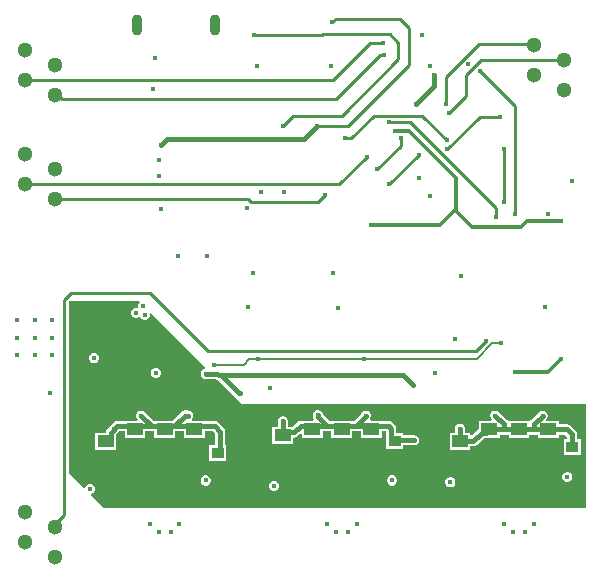
<source format=gbr>
%TF.GenerationSoftware,Altium Limited,Altium Designer,22.11.1 (43)*%
G04 Layer_Physical_Order=4*
G04 Layer_Color=16711680*
%FSLAX45Y45*%
%MOMM*%
%TF.SameCoordinates,5EC9F59A-04D6-4A79-9134-D6B8A4EC69BD*%
%TF.FilePolarity,Positive*%
%TF.FileFunction,Copper,L4,Bot,Signal*%
%TF.Part,Single*%
G01*
G75*
%TA.AperFunction,SMDPad,CuDef*%
%ADD10R,1.05000X0.95000*%
%TA.AperFunction,Conductor*%
%ADD38C,0.33000*%
%ADD39C,0.20000*%
%ADD40C,0.45000*%
%ADD41C,0.25400*%
%ADD42C,0.40000*%
%ADD44C,0.35000*%
%TA.AperFunction,ComponentPad*%
%ADD47C,1.30000*%
%ADD48O,0.90000X1.80000*%
%TA.AperFunction,ViaPad*%
%ADD49C,0.45000*%
%TA.AperFunction,SMDPad,CuDef*%
%ADD50R,1.35620X1.05464*%
G36*
X1189948Y2500052D02*
X1183970Y2494074D01*
X1177500Y2478454D01*
Y2461546D01*
X1177547Y2461433D01*
X1168567Y2452453D01*
X1168454Y2452500D01*
X1151546D01*
X1135926Y2446030D01*
X1123970Y2434074D01*
X1117500Y2418454D01*
Y2401546D01*
X1123970Y2385926D01*
X1135926Y2373970D01*
X1151546Y2367500D01*
X1168454D01*
X1184074Y2373970D01*
X1191228Y2372547D01*
X1193970Y2365926D01*
X1205926Y2353970D01*
X1221546Y2347500D01*
X1238454D01*
X1254074Y2353970D01*
X1266030Y2365926D01*
X1272500Y2381546D01*
Y2398454D01*
X1271732Y2400307D01*
X1282499Y2407501D01*
X1742444Y1947556D01*
X1742456Y1947410D01*
X1740692Y1940523D01*
X1737811Y1934229D01*
X1735287Y1933183D01*
X1731101Y1932350D01*
X1727553Y1929979D01*
X1723609Y1928346D01*
X1720591Y1925328D01*
X1717043Y1922957D01*
X1714672Y1919409D01*
X1711654Y1916391D01*
X1710021Y1912448D01*
X1707650Y1908899D01*
X1706817Y1904713D01*
X1705184Y1900770D01*
Y1896502D01*
X1704351Y1892317D01*
X1705184Y1888131D01*
Y1883863D01*
X1706817Y1879920D01*
X1707650Y1875734D01*
X1710021Y1872185D01*
X1711654Y1868242D01*
X1714672Y1865224D01*
X1717043Y1861676D01*
X1720591Y1859305D01*
X1723609Y1856287D01*
X1727553Y1854654D01*
X1731101Y1852283D01*
X1735287Y1851450D01*
X1739230Y1849817D01*
X1743498D01*
X1747684Y1848984D01*
X1830105D01*
X1843601Y1839966D01*
X1851631Y1838369D01*
X2050000Y1640000D01*
X4970000D01*
Y760000D01*
X880000D01*
X774233Y865767D01*
X779873Y878088D01*
X794074Y883970D01*
X806030Y895926D01*
X812500Y911546D01*
Y928454D01*
X806030Y944074D01*
X794074Y956030D01*
X778454Y962500D01*
X761546D01*
X745926Y956030D01*
X733970Y944074D01*
X728088Y929873D01*
X715767Y924233D01*
X590000Y1050000D01*
Y2510000D01*
X1180000D01*
X1189948Y2500052D01*
D02*
G37*
%LPC*%
G36*
X810954Y2067500D02*
X794046D01*
X778426Y2061030D01*
X766470Y2049074D01*
X760000Y2033454D01*
Y2016546D01*
X766470Y2000926D01*
X778426Y1988970D01*
X794046Y1982500D01*
X810954D01*
X826574Y1988970D01*
X838530Y2000926D01*
X845000Y2016546D01*
Y2033454D01*
X838530Y2049074D01*
X826574Y2061030D01*
X810954Y2067500D01*
D02*
G37*
G36*
X1333454Y1942500D02*
X1316546D01*
X1300926Y1936030D01*
X1288970Y1924074D01*
X1282500Y1908454D01*
Y1891546D01*
X1288970Y1875926D01*
X1300926Y1863970D01*
X1316546Y1857500D01*
X1333454D01*
X1349074Y1863970D01*
X1361030Y1875926D01*
X1367500Y1891546D01*
Y1908454D01*
X1361030Y1924074D01*
X1349074Y1936030D01*
X1333454Y1942500D01*
D02*
G37*
G36*
X1600000Y1583332D02*
X1570000D01*
X1553417Y1580034D01*
X1539359Y1570641D01*
X1464029Y1495310D01*
X1312191D01*
X1312190Y1495310D01*
Y1495310D01*
X1312190Y1495310D01*
X1301388Y1499893D01*
X1230640Y1570640D01*
X1227092Y1573011D01*
X1224074Y1576030D01*
X1220131Y1577663D01*
X1216583Y1580034D01*
X1212397Y1580867D01*
X1208454Y1582500D01*
X1204185D01*
X1200000Y1583332D01*
X1195815Y1582500D01*
X1191546D01*
X1187603Y1580867D01*
X1183417Y1580034D01*
X1179869Y1577663D01*
X1175926Y1576030D01*
X1172907Y1573011D01*
X1169359Y1570640D01*
X1166989Y1567092D01*
X1163970Y1564074D01*
X1162337Y1560131D01*
X1159966Y1556583D01*
X1159133Y1552397D01*
X1157500Y1548454D01*
Y1544185D01*
X1156668Y1540000D01*
X1157500Y1535815D01*
Y1531546D01*
X1159133Y1527603D01*
X1159966Y1523417D01*
X1162337Y1519869D01*
X1163970Y1515926D01*
X1166989Y1512908D01*
X1169359Y1509359D01*
X1171676Y1507043D01*
X1166815Y1495310D01*
X1062190D01*
Y1493332D01*
X1000000D01*
X983417Y1490034D01*
X969359Y1480640D01*
X914669Y1425950D01*
X905276Y1411893D01*
X901978Y1395310D01*
X812190D01*
Y1249847D01*
X987810D01*
Y1348624D01*
X988642Y1352810D01*
Y1377361D01*
X1017949Y1406667D01*
X1062190D01*
Y1349847D01*
X1237810D01*
Y1406667D01*
X1312190D01*
Y1349847D01*
X1487810D01*
Y1406667D01*
X1562190D01*
Y1349847D01*
X1737810D01*
Y1406667D01*
X1805691D01*
X1826668Y1385691D01*
Y1290000D01*
X1777500D01*
Y1155000D01*
X1922500D01*
Y1290000D01*
X1913332D01*
Y1403640D01*
X1910034Y1420222D01*
X1900641Y1434280D01*
X1854280Y1480640D01*
X1840222Y1490034D01*
X1823640Y1493332D01*
X1737810D01*
Y1495310D01*
X1637569D01*
X1635743Y1497495D01*
X1630641Y1509360D01*
X1633011Y1512908D01*
X1636030Y1515926D01*
X1637663Y1519869D01*
X1640034Y1523417D01*
X1640867Y1527603D01*
X1642500Y1531546D01*
Y1535814D01*
X1643333Y1540000D01*
X1642500Y1544186D01*
Y1548454D01*
X1640867Y1552396D01*
X1640034Y1556583D01*
X1637663Y1560131D01*
X1636030Y1564074D01*
X1633011Y1567092D01*
X1630641Y1570640D01*
X1627093Y1573011D01*
X1624074Y1576030D01*
X1620131Y1577663D01*
X1616583Y1580034D01*
X1612397Y1580867D01*
X1608454Y1582500D01*
X1604186D01*
X1600000Y1583332D01*
D02*
G37*
G36*
X2697500Y1585832D02*
X2693314Y1585000D01*
X2689046D01*
X2685104Y1583367D01*
X2680917Y1582534D01*
X2677369Y1580163D01*
X2673426Y1578530D01*
X2670408Y1575511D01*
X2666860Y1573141D01*
X2664489Y1569592D01*
X2661470Y1566574D01*
X2659837Y1562631D01*
X2657466Y1559083D01*
X2656633Y1554897D01*
X2655000Y1550954D01*
Y1546686D01*
X2654168Y1542500D01*
Y1530435D01*
X2657466Y1513852D01*
X2660730Y1508968D01*
X2653942Y1496268D01*
X2552935D01*
X2536353Y1492969D01*
X2522294Y1483576D01*
X2484029Y1445310D01*
X2443332D01*
Y1490000D01*
X2442500Y1494186D01*
Y1498454D01*
X2440867Y1502397D01*
X2440034Y1506583D01*
X2437663Y1510131D01*
X2436030Y1514074D01*
X2433011Y1517092D01*
X2430641Y1520641D01*
X2427092Y1523011D01*
X2424074Y1526030D01*
X2420131Y1527663D01*
X2416583Y1530034D01*
X2412396Y1530867D01*
X2408454Y1532500D01*
X2404186D01*
X2400000Y1533332D01*
X2395814Y1532500D01*
X2391546D01*
X2387604Y1530867D01*
X2383417Y1530034D01*
X2379869Y1527663D01*
X2375926Y1526030D01*
X2372908Y1523011D01*
X2369359Y1520641D01*
X2366989Y1517092D01*
X2363970Y1514074D01*
X2362337Y1510131D01*
X2359966Y1506583D01*
X2359133Y1502397D01*
X2357500Y1498454D01*
Y1494186D01*
X2356668Y1490000D01*
Y1445310D01*
X2312190D01*
Y1299847D01*
X2487810D01*
Y1353732D01*
X2497065D01*
X2513648Y1357031D01*
X2527705Y1366424D01*
X2550457Y1389176D01*
X2562190Y1384315D01*
Y1349847D01*
X2737810D01*
Y1409603D01*
X2812190D01*
Y1349847D01*
X2987810D01*
Y1409603D01*
X3062190D01*
Y1349847D01*
X3237810D01*
Y1406667D01*
X3276668D01*
Y1347500D01*
X3277500Y1343315D01*
Y1255000D01*
X3422500D01*
Y1286667D01*
X3510000D01*
X3514186Y1287500D01*
X3518454D01*
X3522397Y1289133D01*
X3526583Y1289966D01*
X3530131Y1292337D01*
X3534074Y1293970D01*
X3537092Y1296989D01*
X3540641Y1299359D01*
X3543011Y1302907D01*
X3546030Y1305926D01*
X3547663Y1309869D01*
X3550034Y1313417D01*
X3550867Y1317603D01*
X3552500Y1321546D01*
Y1325814D01*
X3553332Y1330000D01*
X3552500Y1334186D01*
Y1338454D01*
X3550867Y1342396D01*
X3550034Y1346583D01*
X3547663Y1350131D01*
X3546030Y1354074D01*
X3543011Y1357092D01*
X3540641Y1360640D01*
X3537092Y1363011D01*
X3534074Y1366030D01*
X3530131Y1367663D01*
X3526583Y1370034D01*
X3522397Y1370866D01*
X3518454Y1372500D01*
X3514186D01*
X3510000Y1373332D01*
X3422500D01*
Y1390000D01*
X3363332D01*
Y1430000D01*
X3360034Y1446583D01*
X3350640Y1460641D01*
X3330641Y1480640D01*
X3316583Y1490034D01*
X3300000Y1493332D01*
X3237810D01*
Y1495310D01*
X3173954D01*
X3169768Y1496143D01*
X3144304D01*
X3137516Y1508843D01*
X3142534Y1516353D01*
X3145832Y1532935D01*
Y1540000D01*
X3145000Y1544186D01*
Y1548454D01*
X3143367Y1552396D01*
X3142534Y1556583D01*
X3140163Y1560131D01*
X3138530Y1564074D01*
X3135511Y1567092D01*
X3133141Y1570640D01*
X3129592Y1573011D01*
X3126574Y1576030D01*
X3122631Y1577663D01*
X3119083Y1580034D01*
X3114896Y1580867D01*
X3110954Y1582500D01*
X3106686D01*
X3102500Y1583332D01*
X3098314Y1582500D01*
X3094046D01*
X3090104Y1580867D01*
X3085917Y1580034D01*
X3082369Y1577663D01*
X3078426Y1576030D01*
X3075408Y1573011D01*
X3071859Y1570640D01*
X3069489Y1567092D01*
X3066470Y1564074D01*
X3064837Y1560131D01*
X3062466Y1556583D01*
X3061870Y1553587D01*
X3004551Y1496268D01*
X2792949D01*
X2740000Y1549216D01*
Y1550954D01*
X2738367Y1554897D01*
X2737534Y1559083D01*
X2735163Y1562631D01*
X2733530Y1566574D01*
X2730511Y1569592D01*
X2728141Y1573141D01*
X2724592Y1575511D01*
X2721574Y1578530D01*
X2717631Y1580163D01*
X2714083Y1582534D01*
X2709897Y1583367D01*
X2705954Y1585000D01*
X2701686D01*
X2697500Y1585832D01*
D02*
G37*
G36*
X4200000Y1583333D02*
X4195815Y1582500D01*
X4191546D01*
X4187603Y1580867D01*
X4183417Y1580034D01*
X4179869Y1577663D01*
X4175926Y1576030D01*
X4172908Y1573012D01*
X4169359Y1570641D01*
X4166989Y1567093D01*
X4163970Y1564075D01*
X4162337Y1560131D01*
X4159966Y1556583D01*
X4159133Y1552397D01*
X4157500Y1548454D01*
Y1544185D01*
X4156668Y1540000D01*
X4157500Y1535816D01*
Y1531547D01*
X4159133Y1527604D01*
X4159966Y1523418D01*
X4162337Y1519869D01*
X4163970Y1515926D01*
X4166989Y1512908D01*
X4169359Y1509360D01*
X4171676Y1507043D01*
X4166816Y1495310D01*
X4062190D01*
Y1428701D01*
X4053638Y1422987D01*
X4000510Y1369859D01*
X3987810Y1375119D01*
Y1395310D01*
X3943332D01*
Y1430000D01*
X3942500Y1434186D01*
Y1438454D01*
X3940867Y1442396D01*
X3940034Y1446583D01*
X3937663Y1450131D01*
X3936030Y1454074D01*
X3933011Y1457092D01*
X3930641Y1460640D01*
X3927092Y1463011D01*
X3924074Y1466030D01*
X3920131Y1467663D01*
X3916583Y1470034D01*
X3912397Y1470867D01*
X3908454Y1472500D01*
X3904186D01*
X3900000Y1473332D01*
X3895814Y1472500D01*
X3891546D01*
X3887604Y1470867D01*
X3883417Y1470034D01*
X3879869Y1467663D01*
X3875926Y1466030D01*
X3872908Y1463011D01*
X3869360Y1460640D01*
X3866989Y1457092D01*
X3863970Y1454074D01*
X3862337Y1450131D01*
X3859966Y1446583D01*
X3859134Y1442396D01*
X3857500Y1438454D01*
Y1434186D01*
X3856668Y1430000D01*
Y1395310D01*
X3812190D01*
Y1249847D01*
X3987810D01*
Y1279246D01*
X4014510D01*
X4031093Y1282544D01*
X4045151Y1291938D01*
X4102228Y1349014D01*
X4119768D01*
X4123954Y1349847D01*
X4237810D01*
Y1379246D01*
X4312190D01*
Y1349847D01*
X4487810D01*
Y1379246D01*
X4562190D01*
Y1349847D01*
X4737810D01*
Y1379246D01*
X4789473D01*
X4806668Y1362051D01*
Y1340000D01*
X4777500D01*
Y1205000D01*
X4922500D01*
Y1340000D01*
X4893332D01*
Y1380000D01*
X4892500Y1384186D01*
Y1388454D01*
X4890867Y1392397D01*
X4890034Y1396583D01*
X4887663Y1400131D01*
X4886030Y1404074D01*
X4883011Y1407092D01*
X4880640Y1410641D01*
X4838062Y1453219D01*
X4824004Y1462612D01*
X4807422Y1465911D01*
X4737810D01*
Y1495310D01*
X4633185D01*
X4628324Y1507043D01*
X4630640Y1509359D01*
X4633011Y1512908D01*
X4636030Y1515926D01*
X4637663Y1519869D01*
X4640034Y1523417D01*
X4640867Y1527603D01*
X4642500Y1531546D01*
Y1535815D01*
X4643332Y1540000D01*
X4642500Y1544185D01*
Y1548454D01*
X4640867Y1552397D01*
X4640034Y1556583D01*
X4637663Y1560131D01*
X4636030Y1564074D01*
X4633011Y1567092D01*
X4630640Y1570640D01*
X4627092Y1573011D01*
X4624074Y1576030D01*
X4620131Y1577663D01*
X4616583Y1580034D01*
X4612397Y1580867D01*
X4608454Y1582500D01*
X4604185D01*
X4600000Y1583332D01*
X4595815Y1582500D01*
X4591546D01*
X4587603Y1580867D01*
X4583417Y1580034D01*
X4579869Y1577663D01*
X4575926Y1576030D01*
X4572908Y1573011D01*
X4569359Y1570640D01*
X4498612Y1499893D01*
X4487810Y1495310D01*
X4487810Y1495310D01*
Y1495310D01*
X4487809Y1495310D01*
X4312191D01*
X4312190Y1495310D01*
X4301389Y1499893D01*
X4230641Y1570641D01*
X4227092Y1573012D01*
X4224074Y1576030D01*
X4220131Y1577663D01*
X4216583Y1580034D01*
X4212397Y1580867D01*
X4208454Y1582500D01*
X4204185D01*
X4200000Y1583333D01*
D02*
G37*
G36*
X4818454Y1062500D02*
X4801546D01*
X4785926Y1056030D01*
X4773970Y1044074D01*
X4767500Y1028454D01*
Y1011546D01*
X4773970Y995926D01*
X4785926Y983970D01*
X4801546Y977500D01*
X4818454D01*
X4834074Y983970D01*
X4846030Y995926D01*
X4852500Y1011546D01*
Y1028454D01*
X4846030Y1044074D01*
X4834074Y1056030D01*
X4818454Y1062500D01*
D02*
G37*
G36*
X3333454Y1032500D02*
X3316546D01*
X3300926Y1026030D01*
X3288970Y1014074D01*
X3282500Y998454D01*
Y981546D01*
X3288970Y965926D01*
X3300926Y953970D01*
X3316546Y947500D01*
X3333454D01*
X3349074Y953970D01*
X3361030Y965926D01*
X3367500Y981546D01*
Y998454D01*
X3361030Y1014074D01*
X3349074Y1026030D01*
X3333454Y1032500D01*
D02*
G37*
G36*
X1755954D02*
X1739046D01*
X1723426Y1026030D01*
X1711470Y1014074D01*
X1705000Y998454D01*
Y981546D01*
X1711470Y965926D01*
X1723426Y953970D01*
X1739046Y947500D01*
X1755954D01*
X1771574Y953970D01*
X1783530Y965926D01*
X1790000Y981546D01*
Y998454D01*
X1783530Y1014074D01*
X1771574Y1026030D01*
X1755954Y1032500D01*
D02*
G37*
G36*
X3828454Y1017500D02*
X3811546D01*
X3795926Y1011030D01*
X3783970Y999074D01*
X3777500Y983454D01*
Y966546D01*
X3783970Y950926D01*
X3795926Y938970D01*
X3811546Y932500D01*
X3828454D01*
X3844074Y938970D01*
X3856030Y950926D01*
X3862500Y966546D01*
Y983454D01*
X3856030Y999074D01*
X3844074Y1011030D01*
X3828454Y1017500D01*
D02*
G37*
G36*
X2333453Y985000D02*
X2316546D01*
X2300926Y978530D01*
X2288970Y966574D01*
X2282500Y950954D01*
Y934046D01*
X2288970Y918426D01*
X2300926Y906470D01*
X2316546Y900000D01*
X2333453D01*
X2349074Y906470D01*
X2361029Y918426D01*
X2367499Y934046D01*
Y950954D01*
X2361029Y966574D01*
X2349074Y978530D01*
X2333453Y985000D01*
D02*
G37*
%LPD*%
D10*
X4850000Y1127500D02*
D03*
Y1272500D02*
D03*
X1850000Y1077500D02*
D03*
Y1222500D02*
D03*
X3350000Y1177500D02*
D03*
Y1322500D02*
D03*
D38*
X4370000Y1910000D02*
X4650000D01*
X4760000Y2020000D01*
D39*
X2116298Y2016298D02*
X2194363D01*
X1820000Y1970000D02*
X2070000D01*
X2116298Y2016298D01*
X4174246Y2150000D02*
X4250000D01*
X4044246Y2020000D02*
X4174246Y2150000D01*
X2201851Y2018149D02*
X3088149D01*
X3090000Y2020000D01*
X4044246D01*
X2200000D02*
X2201851Y2018149D01*
D40*
X1480000Y1450000D02*
X1823640D01*
X1870000Y1242500D02*
Y1403640D01*
X1823640Y1450000D02*
X1870000Y1403640D01*
X1850000Y1222500D02*
X1870000Y1242500D01*
X3900000Y1322578D02*
Y1430000D01*
X3357500Y1330000D02*
X3510000D01*
X3172578Y1427268D02*
X3195310Y1450000D01*
X3078455Y1452810D02*
X3169768D01*
X3172578Y1415078D02*
Y1450000D01*
X3169768Y1452810D02*
X3172578Y1450000D01*
X3350000Y1322500D02*
X3357500Y1330000D01*
X2400000Y1372578D02*
Y1490000D01*
X1290000Y1450000D02*
X1480000D01*
X1000000D02*
X1290000D01*
X1747684Y1892317D02*
X1847868D01*
X1860184Y1880000D02*
X1880000D01*
X1847868Y1892317D02*
X1860184Y1880000D01*
X1880000D02*
X3420000D01*
X3500000Y1800000D01*
X2024995Y1740243D02*
X2030995Y1734243D01*
X2034243D01*
X2019757Y1740243D02*
X2024995D01*
X1880000Y1880000D02*
X2019757Y1740243D01*
X1480000Y1450000D02*
X1570000Y1540000D01*
X1600000D01*
X1200000D02*
X1290000Y1450000D01*
X3300000D02*
X3320000Y1430000D01*
Y1347500D02*
X3345000Y1322500D01*
X3350000D01*
X3320000Y1347500D02*
Y1430000D01*
X3195310Y1450000D02*
X3300000D01*
X4525000Y1422578D02*
X4650000D01*
X4400000D02*
X4525000D01*
Y1465000D01*
X4600000Y1540000D01*
X4275000Y1422578D02*
X4400000D01*
X4150000D02*
X4275000D01*
Y1465000D01*
X4200000Y1540000D02*
X4275000Y1465000D01*
X4850000Y1272500D02*
Y1380000D01*
X4807422Y1422578D02*
X4850000Y1380000D01*
X4650000Y1422578D02*
X4807422D01*
X4014510Y1322578D02*
X4084279Y1392346D01*
X4119768D02*
X4150000Y1422578D01*
X3900000Y1322578D02*
X4014510D01*
X4084279Y1392346D02*
X4119768D01*
X2697500Y1530435D02*
X2775000Y1452935D01*
X2697500Y1530435D02*
Y1542500D01*
X2775000Y1452935D02*
X3022500D01*
X2552935D02*
X2775000D01*
X945310Y1395310D02*
X1000000Y1450000D01*
X3022500Y1452935D02*
X3078330D01*
X3022500D02*
X3102500Y1532935D01*
Y1540000D01*
X3078330Y1452935D02*
X3078455Y1452810D01*
X2424487Y1397065D02*
X2497065D01*
X2400000Y1372578D02*
X2424487Y1397065D01*
X2497065D02*
X2552935Y1452935D01*
X900000Y1322578D02*
X915078D01*
X945310Y1352810D01*
Y1395310D01*
D41*
X550000Y2520000D02*
X610000Y2580000D01*
X550000Y700000D02*
Y2520000D01*
X475000Y625000D02*
X550000Y700000D01*
X533305Y4220000D02*
X2850000D01*
X3220000Y4590000D01*
X503305Y4250000D02*
X533305Y4220000D01*
X475000Y4250000D02*
X503305D01*
X3220000Y4590000D02*
X3260000D01*
X3140000Y4690000D02*
X3250000D01*
X221000Y4377000D02*
X2827000D01*
X3140000Y4690000D01*
X2900000Y4080000D02*
X3380000Y4560000D01*
Y4695121D01*
X2490000Y4080000D02*
X2900000D01*
X2400000Y3990000D02*
X2490000Y4080000D01*
X3390000Y4900000D02*
X3470000Y4820000D01*
X2820000Y4870000D02*
X2850000Y4900000D01*
X3390000D01*
X3470000Y4510000D02*
Y4820000D01*
X3305121Y4770000D02*
X3380000Y4695121D01*
X2950000Y3990000D02*
X3470000Y4510000D01*
X3170200Y4080200D02*
X3580683D01*
X2930000Y3890000D02*
X2980000D01*
X3170200Y4080200D01*
X2160000Y4760000D02*
X2730212D01*
X2740213Y4770000D02*
X3305121D01*
X2730212Y4760000D02*
X2740213Y4770000D01*
X2690000Y3990000D02*
X2950000D01*
X3580683Y4080200D02*
X3789633Y3871250D01*
X2132865Y3345200D02*
X2695200D01*
X2760000Y3410000D01*
X2107065Y3371000D02*
X2132865Y3345200D01*
X475000Y3371000D02*
X2107065D01*
X475000Y600000D02*
Y625000D01*
X4040000Y2090000D02*
X4120000Y2170000D01*
X1770000Y2090000D02*
X4040000D01*
X1280000Y2580000D02*
X1770000Y2090000D01*
X610000Y2580000D02*
X1280000D01*
X3200000Y3625000D02*
X3400000Y3825000D01*
Y3890000D01*
X3479754Y4025000D02*
X4210000Y3294754D01*
X3300000Y4025000D02*
X3479754D01*
X4210000Y3220000D02*
Y3294754D01*
X3789444Y3797419D02*
X3793867D01*
X4066448Y4070000D01*
X4240000D01*
X3300000Y3500000D02*
X3550000Y3750000D01*
X4370000Y3243032D02*
Y4160000D01*
X2878000Y3498000D02*
X3110000Y3730000D01*
X221000Y3498000D02*
X2878000D01*
X4270000Y3350000D02*
Y3800000D01*
X4070000Y4460000D02*
X4370000Y4160000D01*
X3810000Y4100000D02*
X3951836Y4241836D01*
Y4419900D01*
X3780000Y4180000D02*
Y4410000D01*
X4059479Y4689479D01*
X3951836Y4419900D02*
X4079935Y4548000D01*
X4779000D01*
X4510521Y4689479D02*
X4525000Y4675000D01*
X4059479Y4689479D02*
X4510521D01*
D42*
X1420000Y3880000D02*
X2580000D01*
X2690000Y3990000D01*
X1370000Y3830000D02*
X1420000Y3880000D01*
X3525000Y4175000D02*
X3680000Y4330000D01*
Y4420000D01*
D44*
X3468065Y3950000D02*
X3870000Y3548065D01*
Y3268410D02*
X3998410Y3140000D01*
X3870000Y3290000D02*
Y3548065D01*
Y3268410D02*
Y3290000D01*
X3730000Y3150000D02*
X3870000Y3290000D01*
X3998410Y3140000D02*
X4420000D01*
X3150000Y3150000D02*
X3730000D01*
X3350000Y3950000D02*
X3468065D01*
X4470000Y3190000D02*
X4760000D01*
X4420000Y3140000D02*
X4470000Y3190000D01*
D47*
X475000Y346000D02*
D03*
X221000Y473000D02*
D03*
X475000Y600000D02*
D03*
X221000Y727000D02*
D03*
X4525000Y4675000D02*
D03*
X4779000Y4548000D02*
D03*
X4525000Y4421000D02*
D03*
X4779000Y4294000D02*
D03*
X475000Y3371000D02*
D03*
X221000Y3498000D02*
D03*
X475000Y3625000D02*
D03*
X221000Y3752000D02*
D03*
X475000Y4250000D02*
D03*
X221000Y4377000D02*
D03*
X475000Y4504000D02*
D03*
X221000Y4631000D02*
D03*
D48*
X1170000Y4850000D02*
D03*
X1830000D02*
D03*
D49*
X2325000Y942500D02*
D03*
X1325000Y1900000D02*
D03*
X1320000Y4570000D02*
D03*
X430000Y1730000D02*
D03*
X802500Y2025000D02*
D03*
X3690000Y1900000D02*
D03*
X972655Y1422655D02*
D03*
X1870000Y1330000D02*
D03*
X4850000Y1380000D02*
D03*
X3900000Y1430000D02*
D03*
X3510000Y1330000D02*
D03*
X2400000Y1490000D02*
D03*
X1300000Y4305200D02*
D03*
X2400000Y3990000D02*
D03*
X1370000Y3830000D02*
D03*
X2160000Y4760000D02*
D03*
X3260000Y4590000D02*
D03*
X2930000Y3890000D02*
D03*
X3870000Y3320000D02*
D03*
X3970000Y4520000D02*
D03*
X1370000Y3290000D02*
D03*
X2410000Y3430000D02*
D03*
X2220000D02*
D03*
X2690000Y3990000D02*
D03*
X1747684Y1892317D02*
D03*
X2810000Y4500000D02*
D03*
X1350000Y3700000D02*
D03*
Y3570000D02*
D03*
X3550000Y3550000D02*
D03*
X3650000Y3400000D02*
D03*
X4850000Y3525000D02*
D03*
X980000Y2250000D02*
D03*
X920000Y2290000D02*
D03*
X860000Y2250000D02*
D03*
X800000Y2290000D02*
D03*
X1160000Y2410000D02*
D03*
X1230000Y2390000D02*
D03*
X1220000Y2470000D02*
D03*
X2110000Y2460000D02*
D03*
X2870000Y2450000D02*
D03*
X4620000Y2460000D02*
D03*
X4120000Y2170000D02*
D03*
X450000Y2200000D02*
D03*
Y2350000D02*
D03*
X910000Y2440000D02*
D03*
X780000D02*
D03*
X910000Y2370000D02*
D03*
X780000Y2360000D02*
D03*
X680000Y2290000D02*
D03*
X740000Y2250000D02*
D03*
X3860000Y2190000D02*
D03*
X1030000Y2180000D02*
D03*
Y2098609D02*
D03*
Y2017218D02*
D03*
X1510000Y2890000D02*
D03*
X1760000D02*
D03*
X2290000Y1770000D02*
D03*
X300000Y2050000D02*
D03*
Y2350000D02*
D03*
Y2200000D02*
D03*
X150000D02*
D03*
Y2050000D02*
D03*
X450000D02*
D03*
X150000Y2350000D02*
D03*
X4600000Y1540000D02*
D03*
X4200000Y1540000D02*
D03*
X2697500Y1542500D02*
D03*
X1600000Y1540000D02*
D03*
X1200000D02*
D03*
X3102500D02*
D03*
X1760000Y905000D02*
D03*
X1645000D02*
D03*
X3150000Y3150000D02*
D03*
X3090000Y2020000D02*
D03*
X2034243Y1734243D02*
D03*
X2194363Y2016298D02*
D03*
X1820000Y1970000D02*
D03*
X3325000Y990000D02*
D03*
X3227500Y905000D02*
D03*
X2825000Y2750000D02*
D03*
X2150000D02*
D03*
X3400000Y3890000D02*
D03*
X3200000Y3625000D02*
D03*
X3300000Y4025000D02*
D03*
X3350000Y3950000D02*
D03*
X4210000Y3220000D02*
D03*
X3789444Y3797419D02*
D03*
X3789633Y3871250D02*
D03*
X3550000Y3750000D02*
D03*
X3300000Y3500000D02*
D03*
X4370000Y3243032D02*
D03*
X3525000Y4175000D02*
D03*
X3650000Y4500000D02*
D03*
X3680000Y4420000D02*
D03*
X1926250Y828750D02*
D03*
X1850000Y905000D02*
D03*
X4621250D02*
D03*
X4745000D02*
D03*
X4937500Y810000D02*
D03*
X4842500Y905000D02*
D03*
X3427500Y820000D02*
D03*
X3342500Y905000D02*
D03*
X3121250D02*
D03*
X3820000Y975000D02*
D03*
X4810000Y1020000D02*
D03*
X1747500Y990000D02*
D03*
X1525000Y625000D02*
D03*
X1275000D02*
D03*
X1350000Y550000D02*
D03*
X1450000D02*
D03*
X2950000D02*
D03*
X2850000D02*
D03*
X2775000Y625000D02*
D03*
X3025000D02*
D03*
X4450000Y550000D02*
D03*
X4350000D02*
D03*
X4525000Y625000D02*
D03*
X4275000D02*
D03*
X2820000Y4870000D02*
D03*
X770000Y920000D02*
D03*
X4760000Y2020000D02*
D03*
X4370000Y1910000D02*
D03*
X3910000Y2720000D02*
D03*
X2180600Y4497500D02*
D03*
X3580000Y4760000D02*
D03*
X4650000Y3250000D02*
D03*
X2100000Y3300000D02*
D03*
X4760000Y3190000D02*
D03*
X3500000Y1800000D02*
D03*
X4250000Y2150000D02*
D03*
X2760000Y3410000D02*
D03*
X3110000Y3730000D02*
D03*
X4240000Y4070000D02*
D03*
X4270000Y3350000D02*
D03*
X3250000Y4690000D02*
D03*
X3810000Y4100000D02*
D03*
X3780000Y4180000D02*
D03*
X4270000Y3800000D02*
D03*
X4070000Y4460000D02*
D03*
D50*
X3900000Y1177422D02*
D03*
Y1322578D02*
D03*
X4150000Y1277422D02*
D03*
Y1422578D02*
D03*
X4400000Y1277422D02*
D03*
Y1422578D02*
D03*
X4650000Y1277422D02*
D03*
Y1422578D02*
D03*
X1650000Y1277422D02*
D03*
Y1422578D02*
D03*
X1400000Y1277422D02*
D03*
Y1422578D02*
D03*
X1150000Y1277422D02*
D03*
Y1422578D02*
D03*
X900000Y1177422D02*
D03*
Y1322578D02*
D03*
X2400000Y1227422D02*
D03*
Y1372578D02*
D03*
X2900000Y1277422D02*
D03*
Y1422578D02*
D03*
X2650000Y1277422D02*
D03*
Y1422578D02*
D03*
X3150000Y1277422D02*
D03*
Y1422578D02*
D03*
%TF.MD5,9dc5a4fa0cd9670bfde7e288a68f1291*%
M02*

</source>
